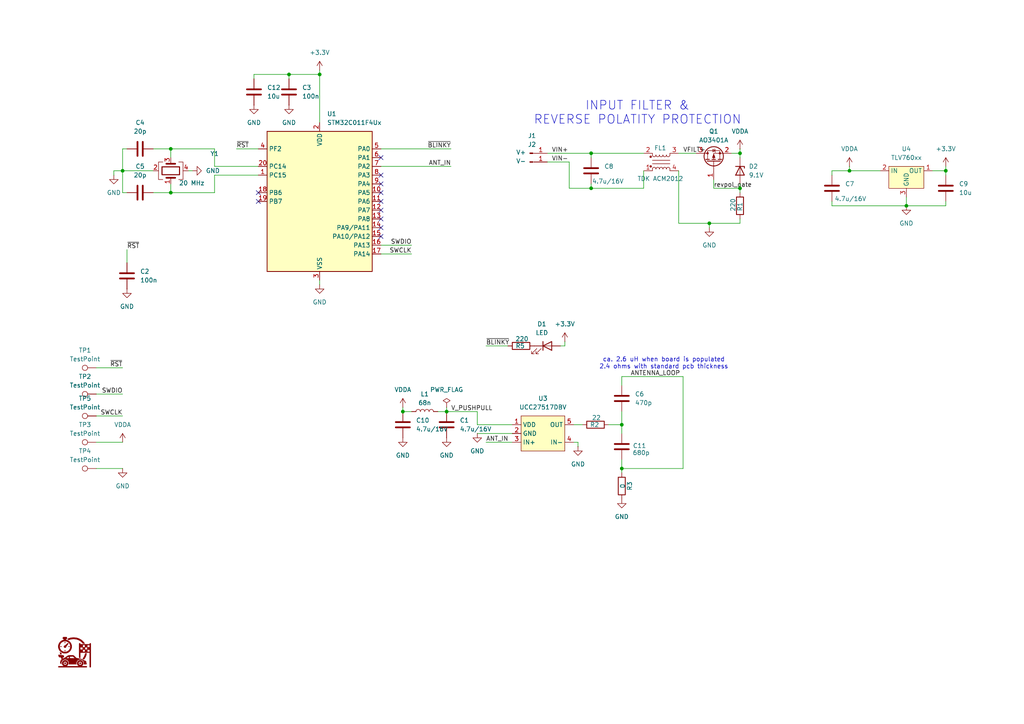
<source format=kicad_sch>
(kicad_sch (version 20250114) (generator "eeschema") (generator_version "9.0")
  (paper "A4")
  (lib_symbols
    (symbol "Connector:Conn_01x01_Pin" (pin_names (offset 1.016) (hide yes))
      (property "Reference" "J" (at 0 2.54 0))
      (property "Value" "Conn_01x01_Pin" (at 0 -2.54 0))
      (symbol "Conn_01x01_Pin_1_1"
        (pin passive line (at 5.08 0 180) (length 3.81) (name "Pin_1") (number "1"))
      )
    )
    (symbol "Connector:TestPoint" (pin_numbers (hide yes)) (pin_names (offset 0.762) (hide yes))
      (property "Reference" "TP" (at 0 6.858 0))
      (property "Value" "TestPoint" (at 0 5.08 0))
      (symbol "TestPoint_1_1"
        (pin passive line (at 0 0 90) (length 2.54) (name "1") (number "1"))
      )
    )
    (symbol "Device:C" (pin_numbers (hide yes)) (pin_names (offset 0.254))
      (property "Reference" "C" (at 0.635 2.54 0))
      (property "Value" "C" (at 0.635 -2.54 0))
      (symbol "C_1_1"
        (pin passive line (at 0 3.81 270) (length 2.794) (name "~") (number "1"))
        (pin passive line (at 0 -3.81 90) (length 2.794) (name "~") (number "2"))
      )
    )
    (symbol "Device:Crystal_GND24" (pin_names (offset 1.016) (hide yes))
      (property "Reference" "Y" (at 3.175 5.08 0))
      (property "Value" "Crystal_GND24" (at 3.175 3.175 0))
      (symbol "Crystal_GND24_1_1"
        (pin passive line (at -3.81 0 0) (length 1.27) (name "1") (number "1"))
        (pin passive line (at 0 5.08 270) (length 1.27) (name "2") (number "2"))
        (pin passive line (at 0 -5.08 90) (length 1.27) (name "4") (number "4"))
        (pin passive line (at 3.81 0 180) (length 1.27) (name "3") (number "3"))
      )
    )
    (symbol "Device:D_Zener" (pin_numbers (hide yes)) (pin_names (offset 1.016) (hide yes))
      (property "Reference" "D" (at 0 2.54 0))
      (property "Value" "D_Zener" (at 0 -2.54 0))
      (symbol "D_Zener_1_1"
        (pin passive line (at -3.81 0 0) (length 2.54) (name "K") (number "1"))
        (pin passive line (at 3.81 0 180) (length 2.54) (name "A") (number "2"))
      )
    )
    (symbol "Device:Filter_EMI_LL_1423" (pin_names (hide yes))
      (property "Reference" "FL" (at 0 4.445 0))
      (property "Value" "Filter_EMI_LL_1423" (at 0 -4.445 0))
      (symbol "Filter_EMI_LL_1423_1_1"
        (pin passive line (at -5.08 2.54 0) (length 2.54) (name "2") (number "2"))
        (pin passive line (at -5.08 -2.54 0) (length 2.54) (name "1") (number "1"))
        (pin passive line (at 5.08 2.54 180) (length 2.54) (name "3") (number "3"))
        (pin passive line (at 5.08 -2.54 180) (length 2.54) (name "4") (number "4"))
      )
    )
    (symbol "Device:L" (pin_numbers (hide yes)) (pin_names (offset 1.016) (hide yes))
      (property "Reference" "L" (at -1.27 0 90))
      (property "Value" "L" (at 1.905 0 90))
      (symbol "L_1_1"
        (pin passive line (at 0 3.81 270) (length 1.27) (name "1") (number "1"))
        (pin passive line (at 0 -3.81 90) (length 1.27) (name "2") (number "2"))
      )
    )
    (symbol "Device:LED" (pin_numbers (hide yes)) (pin_names (offset 1.016) (hide yes))
      (property "Reference" "D" (at 0 2.54 0))
      (property "Value" "LED" (at 0 -2.54 0))
      (symbol "LED_1_1"
        (pin passive line (at -3.81 0 0) (length 2.54) (name "K") (number "1"))
        (pin passive line (at 3.81 0 180) (length 2.54) (name "A") (number "2"))
      )
    )
    (symbol "Device:R" (pin_numbers (hide yes)) (pin_names (offset 0))
      (property "Reference" "R" (at 2.032 0 90))
      (property "Value" "R" (at 0 0 90))
      (symbol "R_1_1"
        (pin passive line (at 0 3.81 270) (length 1.27) (name "~") (number "1"))
        (pin passive line (at 0 -3.81 90) (length 1.27) (name "~") (number "2"))
      )
    )
    (symbol "Driver_FET:UCC27517DBV"
      (property "Reference" "U" (at 0 0 0))
      (property "Value" "UCC27517DBV" (at 0 0 0))
      (symbol "UCC27517DBV_1_1"
        (pin power_in line (at -8.89 2.54 0) (length 2.54) (name "VDD") (number "1"))
        (pin power_in line (at -8.89 0 0) (length 2.54) (name "GND") (number "2"))
        (pin input line (at -8.89 -2.54 0) (length 2.54) (name "IN+") (number "3"))
        (pin power_out line (at 8.89 2.54 180) (length 2.54) (name "OUT") (number "5"))
        (pin input line (at 8.89 -2.54 180) (length 2.54) (name "IN-") (number "4"))
      )
    )
    (symbol "MCU_ST_STM32C0:STM32C011F4Ux"
      (property "Reference" "U" (at -15.24 21.59 0))
      (property "Value" "STM32C011F4Ux" (at 2.54 21.59 0))
      (symbol "STM32C011F4Ux_1_1"
        (pin bidirectional line (at -17.78 15.24 0) (length 2.54) (name "PF2") (number "4"))
        (pin bidirectional line (at -17.78 10.16 0) (length 2.54) (name "PC14") (number "20"))
        (pin bidirectional line (at -17.78 7.62 0) (length 2.54) (name "PC15") (number "1"))
        (pin bidirectional line (at -17.78 2.54 0) (length 2.54) (name "PB6") (number "18"))
        (pin bidirectional line (at -17.78 0 0) (length 2.54) (name "PB7") (number "19"))
        (pin power_in line (at 0 22.86 270) (length 2.54) (name "VDD") (number "2"))
        (pin power_in line (at 0 -22.86 90) (length 2.54) (name "VSS") (number "3"))
        (pin bidirectional line (at 17.78 15.24 180) (length 2.54) (name "PA0") (number "5"))
        (pin bidirectional line (at 17.78 12.7 180) (length 2.54) (name "PA1") (number "6"))
        (pin bidirectional line (at 17.78 10.16 180) (length 2.54) (name "PA2") (number "7"))
        (pin bidirectional line (at 17.78 7.62 180) (length 2.54) (name "PA3") (number "8"))
        (pin bidirectional line (at 17.78 5.08 180) (length 2.54) (name "PA4") (number "9"))
        (pin bidirectional line (at 17.78 2.54 180) (length 2.54) (name "PA5") (number "10"))
        (pin bidirectional line (at 17.78 0 180) (length 2.54) (name "PA6") (number "11"))
        (pin bidirectional line (at 17.78 -2.54 180) (length 2.54) (name "PA7") (number "12"))
        (pin bidirectional line (at 17.78 -5.08 180) (length 2.54) (name "PA8") (number "13"))
        (pin bidirectional line (at 17.78 -7.62 180) (length 2.54) (name "PA9/PA11") (number "14"))
        (pin bidirectional line (at 17.78 -10.16 180) (length 2.54) (name "PA10/PA12") (number "15"))
        (pin bidirectional line (at 17.78 -12.7 180) (length 2.54) (name "PA13") (number "16"))
        (pin bidirectional line (at 17.78 -15.24 180) (length 2.54) (name "PA14") (number "17"))
      )
    )
    (symbol "Regulator_Linear:TLV760xx"
      (property "Reference" "U" (at 0 4.826 0))
      (property "Value" "TLV760xx" (at 0 0 0))
      (symbol "TLV760xx_1_1"
        (pin power_in line (at -7.62 2.54 0) (length 2.54) (name "IN") (number "2"))
        (pin power_in line (at 0 -5.08 90) (length 2.54) (name "GND") (number "3"))
        (pin power_out line (at 7.62 2.54 180) (length 2.54) (name "OUT") (number "1"))
      )
    )
    (symbol "Transistor_FET:AO3401A" (pin_names (hide yes))
      (property "Reference" "Q" (at 5.08 1.905 0))
      (property "Value" "AO3401A" (at 5.08 0 0))
      (symbol "AO3401A_1_1"
        (pin input line (at -5.08 0 0) (length 2.54) (name "G") (number "1"))
        (pin passive line (at 2.54 5.08 270) (length 2.54) (name "D") (number "3"))
        (pin passive line (at 2.54 -5.08 90) (length 2.54) (name "S") (number "2"))
      )
    )
    (symbol "power:+3.3V" (power) (pin_numbers (hide yes)) (pin_names (offset 0) (hide yes))
      (property "Value" "+3.3V" (at 0 3.556 0))
      (symbol "+3.3V_1_1"
        (pin power_in line (at 0 0 90) (length 0) (name "~") (number "1"))
      )
    )
    (symbol "power:GND" (power) (pin_numbers (hide yes)) (pin_names (offset 0) (hide yes))
      (property "Value" "GND" (at 0 -3.81 0))
      (symbol "GND_1_1"
        (pin power_in line (at 0 0 270) (length 0) (name "~") (number "1"))
      )
    )
    (symbol "power:PWR_FLAG" (power) (pin_numbers (hide yes)) (pin_names (offset 0) (hide yes))
      (property "Value" "PWR_FLAG" (at 0 3.81 0))
      (symbol "PWR_FLAG_0_0"
        (pin power_out line (at 0 0 90) (length 0) (name "~") (number "1"))
      )
    )
    (symbol "power:VDDA" (power) (pin_numbers (hide yes)) (pin_names (offset 0) (hide yes))
      (property "Value" "VDDA" (at 0 3.556 0))
      (symbol "VDDA_1_1"
        (pin power_in line (at 0 0 90) (length 0) (name "~") (number "1"))
      )
    )
    (symbol "symbols:SYM_OpenStint" (pin_names (offset 1.016)))
  )
  (text "ca. 2.6 uH when board is populated\n2.4 ohms with standard pcb thickness" (at 192.532 105.41 0) (effects (font (size 1.27 1.27))))
  (text "INPUT FILTER &\nREVERSE POLATITY PROTECTION" (at 184.912 32.766 0) (effects (font (size 2.54 2.54))))
  (junction (at 129.54 119.38))
  (junction (at 262.89 59.69))
  (junction (at 274.32 49.53))
  (junction (at 205.74 64.77))
  (junction (at 171.45 54.61))
  (junction (at 35.56 49.53))
  (junction (at 180.34 135.89))
  (junction (at 214.63 54.61))
  (junction (at 92.71 21.59))
  (junction (at 83.82 21.59))
  (junction (at 116.84 119.38))
  (junction (at 180.34 123.19))
  (junction (at 171.45 44.45))
  (junction (at 49.53 55.88))
  (junction (at 49.53 43.18))
  (junction (at 246.38 49.53))
  (junction (at 214.63 44.45))
  (no_connect (at 110.49 53.34))
  (no_connect (at 74.93 58.42))
  (no_connect (at 110.49 66.04))
  (no_connect (at 110.49 45.72))
  (no_connect (at 110.49 55.88))
  (no_connect (at 74.93 55.88))
  (no_connect (at 110.49 60.96))
  (no_connect (at 110.49 58.42))
  (no_connect (at 110.49 50.8))
  (no_connect (at 110.49 68.58))
  (no_connect (at 110.49 63.5))
  (wire (pts (xy 180.34 111.76) (xy 180.34 109.22)))
  (wire (pts (xy 196.85 49.53) (xy 196.85 64.77)))
  (wire (pts (xy 92.71 81.28) (xy 92.71 82.55)))
  (wire (pts (xy 214.63 64.77) (xy 214.63 63.5)))
  (wire (pts (xy 27.94 106.68) (xy 35.56 106.68)))
  (wire (pts (xy 165.1 54.61) (xy 171.45 54.61)))
  (wire (pts (xy 62.23 48.26) (xy 74.93 48.26)))
  (wire (pts (xy 207.01 52.07) (xy 207.01 54.61)))
  (wire (pts (xy 241.3 58.42) (xy 241.3 59.69)))
  (wire (pts (xy 148.59 125.73) (xy 138.43 125.73)))
  (wire (pts (xy 196.85 44.45) (xy 201.93 44.45)))
  (wire (pts (xy 49.53 43.18) (xy 49.53 45.72)))
  (wire (pts (xy 35.56 49.53) (xy 35.56 55.88)))
  (wire (pts (xy 198.12 109.22) (xy 198.12 135.89)))
  (wire (pts (xy 110.49 73.66) (xy 119.38 73.66)))
  (wire (pts (xy 110.49 71.12) (xy 119.38 71.12)))
  (wire (pts (xy 246.38 48.26) (xy 246.38 49.53)))
  (wire (pts (xy 129.54 119.38) (xy 138.43 119.38)))
  (wire (pts (xy 116.84 118.11) (xy 116.84 119.38)))
  (wire (pts (xy 214.63 54.61) (xy 214.63 55.88)))
  (wire (pts (xy 62.23 48.26) (xy 62.23 43.18)))
  (wire (pts (xy 214.63 44.45) (xy 214.63 45.72)))
  (wire (pts (xy 180.34 123.19) (xy 180.34 125.73)))
  (wire (pts (xy 127 119.38) (xy 129.54 119.38)))
  (wire (pts (xy 33.02 49.53) (xy 33.02 50.8)))
  (wire (pts (xy 27.94 120.65) (xy 35.56 120.65)))
  (wire (pts (xy 62.23 50.8) (xy 62.23 55.88)))
  (wire (pts (xy 36.83 43.18) (xy 35.56 43.18)))
  (wire (pts (xy 212.09 44.45) (xy 214.63 44.45)))
  (wire (pts (xy 171.45 44.45) (xy 186.69 44.45)))
  (wire (pts (xy 27.94 135.89) (xy 35.56 135.89)))
  (wire (pts (xy 49.53 55.88) (xy 62.23 55.88)))
  (wire (pts (xy 180.34 133.35) (xy 180.34 135.89)))
  (wire (pts (xy 214.63 43.18) (xy 214.63 44.45)))
  (wire (pts (xy 214.63 53.34) (xy 214.63 54.61)))
  (wire (pts (xy 62.23 50.8) (xy 74.93 50.8)))
  (wire (pts (xy 176.53 123.19) (xy 180.34 123.19)))
  (wire (pts (xy 163.83 99.06) (xy 163.83 100.33)))
  (wire (pts (xy 166.37 123.19) (xy 168.91 123.19)))
  (wire (pts (xy 35.56 49.53) (xy 44.45 49.53)))
  (wire (pts (xy 140.97 128.27) (xy 148.59 128.27)))
  (wire (pts (xy 148.59 123.19) (xy 138.43 123.19)))
  (wire (pts (xy 49.53 43.18) (xy 62.23 43.18)))
  (wire (pts (xy 92.71 20.32) (xy 92.71 21.59)))
  (wire (pts (xy 44.45 55.88) (xy 49.53 55.88)))
  (wire (pts (xy 241.3 49.53) (xy 241.3 50.8)))
  (wire (pts (xy 171.45 54.61) (xy 171.45 53.34)))
  (wire (pts (xy 27.94 128.27) (xy 35.56 128.27)))
  (wire (pts (xy 246.38 49.53) (xy 255.27 49.53)))
  (wire (pts (xy 35.56 49.53) (xy 33.02 49.53)))
  (wire (pts (xy 205.74 66.04) (xy 205.74 64.77)))
  (wire (pts (xy 140.97 100.33) (xy 147.32 100.33)))
  (wire (pts (xy 36.83 72.39) (xy 36.83 76.2)))
  (wire (pts (xy 92.71 21.59) (xy 92.71 35.56)))
  (wire (pts (xy 165.1 46.99) (xy 165.1 54.61)))
  (wire (pts (xy 241.3 59.69) (xy 262.89 59.69)))
  (wire (pts (xy 186.69 49.53) (xy 186.69 54.61)))
  (wire (pts (xy 49.53 55.88) (xy 49.53 53.34)))
  (wire (pts (xy 158.75 46.99) (xy 165.1 46.99)))
  (wire (pts (xy 116.84 119.38) (xy 119.38 119.38)))
  (wire (pts (xy 129.54 118.11) (xy 129.54 119.38)))
  (wire (pts (xy 68.58 43.18) (xy 74.93 43.18)))
  (wire (pts (xy 180.34 119.38) (xy 180.34 123.19)))
  (wire (pts (xy 35.56 55.88) (xy 36.83 55.88)))
  (wire (pts (xy 73.66 21.59) (xy 83.82 21.59)))
  (wire (pts (xy 167.64 129.54) (xy 167.64 128.27)))
  (wire (pts (xy 83.82 21.59) (xy 92.71 21.59)))
  (wire (pts (xy 138.43 123.19) (xy 138.43 119.38)))
  (wire (pts (xy 27.94 114.3) (xy 35.56 114.3)))
  (wire (pts (xy 73.66 21.59) (xy 73.66 22.86)))
  (wire (pts (xy 110.49 43.18) (xy 130.81 43.18)))
  (wire (pts (xy 180.34 109.22) (xy 198.12 109.22)))
  (wire (pts (xy 44.45 43.18) (xy 49.53 43.18)))
  (wire (pts (xy 163.83 100.33) (xy 162.56 100.33)))
  (wire (pts (xy 241.3 49.53) (xy 246.38 49.53)))
  (wire (pts (xy 110.49 48.26) (xy 130.81 48.26)))
  (wire (pts (xy 205.74 64.77) (xy 214.63 64.77)))
  (wire (pts (xy 180.34 135.89) (xy 180.34 137.16)))
  (wire (pts (xy 83.82 22.86) (xy 83.82 21.59)))
  (wire (pts (xy 205.74 64.77) (xy 196.85 64.77)))
  (wire (pts (xy 35.56 43.18) (xy 35.56 49.53)))
  (wire (pts (xy 171.45 44.45) (xy 171.45 45.72)))
  (wire (pts (xy 186.69 54.61) (xy 171.45 54.61)))
  (wire (pts (xy 274.32 59.69) (xy 274.32 58.42)))
  (wire (pts (xy 158.75 44.45) (xy 171.45 44.45)))
  (wire (pts (xy 54.61 49.53) (xy 55.88 49.53)))
  (wire (pts (xy 180.34 135.89) (xy 198.12 135.89)))
  (wire (pts (xy 274.32 49.53) (xy 274.32 50.8)))
  (wire (pts (xy 274.32 48.26) (xy 274.32 49.53)))
  (wire (pts (xy 270.51 49.53) (xy 274.32 49.53)))
  (wire (pts (xy 167.64 128.27) (xy 166.37 128.27)))
  (wire (pts (xy 262.89 59.69) (xy 274.32 59.69)))
  (wire (pts (xy 262.89 57.15) (xy 262.89 59.69)))
  (wire (pts (xy 207.01 54.61) (xy 214.63 54.61)))
  (label "V_PUSHPULL" (at 130.81 119.38 0))
  (label "VIN-" (at 160.02 46.99 0))
  (label "SWDIO" (at 35.56 114.3 180))
  (label "VFILT+" (at 198.12 44.45 0))
  (label "SWDIO" (at 119.38 71.12 180))
  (label "VIN+" (at 160.02 44.45 0))
  (label "~{RST}" (at 68.58 43.18 0))
  (label "ANT_IN" (at 140.97 128.27 0))
  (label "SWCLK" (at 119.38 73.66 180))
  (label "ANT_IN" (at 130.81 48.26 180))
  (label "ANTENNA_LOOP" (at 182.88 109.22 0))
  (label "~{BLINKY}" (at 130.81 43.18 180))
  (label "revpol_gate" (at 207.01 54.61 0))
  (label "SWCLK" (at 35.56 120.65 180))
  (label "~{BLINKY}" (at 140.97 100.33 0))
  (label "~{RST}" (at 36.83 72.39 0))
  (label "~{RST}" (at 35.56 106.68 180))
  (symbol (lib_id "Connector:TestPoint") (at 27.94 120.65 90) (unit 1)
    (property "Reference" "TP5" (at 24.638 115.57 90))
    (property "Value" "TestPoint" (at 24.638 118.11 90))
    (property "Footprint" "TestPoint:TestPoint_Pad_D1.0mm" (effects (hide yes)))
    (property "Description" "test point" (effects (hide yes)))
  )
  (symbol (lib_id "symbols:SYM_OpenStint") (at 21.59 189.23 0) (unit 1)
    (property "Reference" "G1" (effects (hide yes)))
    (property "Value" "SYM_OpenStint" (effects (hide yes)))
    (property "Footprint" "footprints:openstint-logo_12x12" (effects (hide yes)))
  )
  (symbol (lib_id "power:GND") (at 205.74 66.04 0) (unit 1)
    (property "Reference" "#PWR012" (effects (hide yes)))
    (property "Value" "GND" (at 205.74 71.12 0))
    (property "Description" "Power symbol creates a global label with name \"GND\" , ground" (effects (hide yes)))
  )
  (symbol (lib_id "Connector:TestPoint") (at 27.94 128.27 90) (unit 1)
    (property "Reference" "TP3" (at 24.638 123.19 90))
    (property "Value" "TestPoint" (at 24.638 125.73 90))
    (property "Footprint" "TestPoint:TestPoint_Pad_D1.0mm" (effects (hide yes)))
    (property "Description" "test point" (effects (hide yes)))
  )
  (symbol (lib_id "power:GND") (at 129.54 127 0) (unit 1)
    (property "Reference" "#PWR017" (effects (hide yes)))
    (property "Value" "GND" (at 129.54 132.08 0))
    (property "Description" "Power symbol creates a global label with name \"GND\" , ground" (effects (hide yes)))
  )
  (symbol (lib_id "Device:C") (at 129.54 123.19 0) (unit 1)
    (property "Reference" "C1" (at 133.35 121.9199 0) (effects (justify left)))
    (property "Value" "4.7u/16V" (at 133.35 124.4599 0) (effects (justify left)))
    (property "Footprint" "Capacitor_SMD:C_0603_1608Metric" (effects (hide yes)))
    (property "Description" "Unpolarized capacitor" (effects (hide yes)))
    (property "LCSC" "C19666" (effects (hide yes)))
  )
  (symbol (lib_id "Device:C") (at 180.34 115.57 0) (unit 1)
    (property "Reference" "C6" (at 184.15 114.2999 0) (effects (justify left)))
    (property "Value" "470p" (at 184.15 116.8399 0) (effects (justify left)))
    (property "Footprint" "Capacitor_SMD:C_0603_1608Metric" (effects (hide yes)))
    (property "Description" "Unpolarized capacitor" (effects (hide yes)))
    (property "LCSC" "C1620" (effects (hide yes)))
  )
  (symbol (lib_id "power:GND") (at 167.64 129.54 0) (unit 1)
    (property "Reference" "#PWR011" (effects (hide yes)))
    (property "Value" "GND" (at 167.64 134.62 0))
    (property "Description" "Power symbol creates a global label with name \"GND\" , ground" (effects (hide yes)))
  )
  (symbol (lib_id "Device:C") (at 73.66 26.67 0) (unit 1)
    (property "Reference" "C12" (at 77.47 25.3999 0) (effects (justify left)))
    (property "Value" "10u" (at 77.47 27.9399 0) (effects (justify left)))
    (property "Footprint" "Capacitor_SMD:C_0402_1005Metric" (effects (hide yes)))
    (property "Description" "Unpolarized capacitor" (effects (hide yes)))
    (property "LCSC" "C15525" (effects (hide yes)))
  )
  (symbol (lib_id "power:GND") (at 35.56 135.89 0) (unit 1)
    (property "Reference" "#PWR010" (effects (hide yes)))
    (property "Value" "GND" (at 35.56 140.97 0))
    (property "Description" "Power symbol creates a global label with name \"GND\" , ground" (effects (hide yes)))
  )
  (symbol (lib_id "Device:L") (at 123.19 119.38 90) (unit 1)
    (property "Reference" "L1" (at 123.19 114.3 90))
    (property "Value" "68n" (at 123.19 116.84 90))
    (property "Footprint" "Inductor_SMD:L_0603_1608Metric" (effects (hide yes)))
    (property "Description" "Inductor" (effects (hide yes)))
    (property "LCSC" "C13415" (effects (hide yes)))
  )
  (symbol (lib_id "power:VDDA") (at 35.56 128.27 0) (unit 1)
    (property "Reference" "#PWR09" (effects (hide yes)))
    (property "Value" "VDDA" (at 35.56 123.19 0))
    (property "Description" "Power symbol creates a global label with name \"VDDA\"" (effects (hide yes)))
  )
  (symbol (lib_id "power:GND") (at 180.34 144.78 0) (unit 1)
    (property "Reference" "#PWR019" (effects (hide yes)))
    (property "Value" "GND" (at 180.34 149.86 0))
    (property "Description" "Power symbol creates a global label with name \"GND\" , ground" (effects (hide yes)))
  )
  (symbol (lib_id "power:GND") (at 73.66 30.48 0) (unit 1)
    (property "Reference" "#PWR04" (effects (hide yes)))
    (property "Value" "GND" (at 73.66 35.56 0))
    (property "Description" "Power symbol creates a global label with name \"GND\" , ground" (effects (hide yes)))
  )
  (symbol (lib_id "power:VDDA") (at 116.84 118.11 0) (unit 1)
    (property "Reference" "#PWR016" (effects (hide yes)))
    (property "Value" "VDDA" (at 116.84 113.03 0))
    (property "Description" "Power symbol creates a global label with name \"VDDA\"" (effects (hide yes)))
  )
  (symbol (lib_id "power:GND") (at 92.71 82.55 0) (unit 1)
    (property "Reference" "#PWR02" (effects (hide yes)))
    (property "Value" "GND" (at 92.71 87.63 0))
    (property "Description" "Power symbol creates a global label with name \"GND\" , ground" (effects (hide yes)))
  )
  (symbol (lib_id "Connector:TestPoint") (at 27.94 114.3 90) (unit 1)
    (property "Reference" "TP2" (at 24.638 109.22 90))
    (property "Value" "TestPoint" (at 24.638 111.76 90))
    (property "Footprint" "TestPoint:TestPoint_Pad_D1.0mm" (effects (hide yes)))
    (property "Description" "test point" (effects (hide yes)))
  )
  (symbol (lib_id "Regulator_Linear:TLV760xx") (at 262.89 52.07 0) (unit 1)
    (property "Reference" "U4" (at 262.89 43.18 0))
    (property "Value" "TLV760xx" (at 262.89 45.72 0))
    (property "Footprint" "Package_TO_SOT_SMD:SOT-23" (effects (hide yes)))
    (property "Datasheet" "https://www.ti.com/cn/lit/ds/symlink/tlv760.pdf" (effects (hide yes)))
    (property "Description" "TLV760 100-mA, 30-V, Fixed-Output, Linear-Voltage Regulator" (effects (hide yes)))
    (property "LCSC" "C2683368" (effects (hide yes)))
  )
  (symbol (lib_id "power:GND") (at 55.88 49.53 90) (unit 1)
    (property "Reference" "#PWR08" (effects (hide yes)))
    (property "Value" "GND" (at 59.69 49.5299 90) (effects (justify right)))
    (property "Description" "Power symbol creates a global label with name \"GND\" , ground" (effects (hide yes)))
  )
  (symbol (lib_id "power:GND") (at 33.02 50.8 0) (unit 1)
    (property "Reference" "#PWR07" (effects (hide yes)))
    (property "Value" "GND" (at 33.02 55.88 0))
    (property "Description" "Power symbol creates a global label with name \"GND\" , ground" (effects (hide yes)))
  )
  (symbol (lib_id "Device:Filter_EMI_LL_1423") (at 191.77 46.99 0) (unit 1)
    (property "Reference" "FL1" (at 191.516 42.926 0))
    (property "Value" "TDK ACM2012" (at 191.516 51.816 0))
    (property "Footprint" "footprints:ACM2012" (effects (hide yes)))
    (property "Datasheet" "https://product.tdk.com/en/system/files/dam/doc/product/emc/emc/cmf_cmc/catalog/cmf_commercial_signal_acm2012_en.pdf" (effects (hide yes)))
    (property "Description" "common mode choke" (effects (hide yes)))
    (property "LCSC" "C76571" (effects (hide yes)))
  )
  (symbol (lib_id "Connector:Conn_01x01_Pin") (at 153.67 44.45 0) (unit 1)
    (property "Reference" "J1" (at 154.305 39.37 0))
    (property "Value" "V+" (at 151.13 44.196 0))
    (property "Footprint" "Connector_Wire:SolderWirePad_1x01_SMD_1x2mm" (effects (hide yes)))
    (property "Description" "Generic connector, single row, 01x01, script generated" (effects (hide yes)))
  )
  (symbol (lib_id "Connector:Conn_01x01_Pin") (at 153.67 46.99 0) (unit 1)
    (property "Reference" "J2" (at 154.305 41.91 0))
    (property "Value" "V-" (at 151.13 46.736 0))
    (property "Footprint" "Connector_Wire:SolderWirePad_1x01_SMD_1x2mm" (effects (hide yes)))
    (property "Description" "Generic connector, single row, 01x01, script generated" (effects (hide yes)))
  )
  (symbol (lib_id "Device:C") (at 116.84 123.19 0) (unit 1)
    (property "Reference" "C10" (at 120.65 121.9199 0) (effects (justify left)))
    (property "Value" "4.7u/16V" (at 120.65 124.4599 0) (effects (justify left)))
    (property "Footprint" "Capacitor_SMD:C_0603_1608Metric" (effects (hide yes)))
    (property "Description" "Unpolarized capacitor" (effects (hide yes)))
    (property "LCSC" "C19666" (effects (hide yes)))
  )
  (symbol (lib_id "Device:D_Zener") (at 214.63 49.53 270) (unit 1)
    (property "Reference" "D2" (at 217.17 48.2599 90) (effects (justify left)))
    (property "Value" "9.1V" (at 217.17 50.7999 90) (effects (justify left)))
    (property "Footprint" "Diode_SMD:D_SOD-323" (effects (hide yes)))
    (property "Datasheet" "https://jlcpcb.com/api/file/downloadByFileSystemAccessId/8564879659767783424" (effects (hide yes)))
    (property "Description" "BZT52C9V1S" (effects (hide yes)))
    (property "LCSC" "C19077445" (effects (hide yes)))
  )
  (symbol (lib_id "power:GND") (at 116.84 127 0) (unit 1)
    (property "Reference" "#PWR015" (effects (hide yes)))
    (property "Value" "GND" (at 116.84 132.08 0))
    (property "Description" "Power symbol creates a global label with name \"GND\" , ground" (effects (hide yes)))
  )
  (symbol (lib_id "Device:LED") (at 158.75 100.33 0) (unit 1)
    (property "Reference" "D1" (at 157.1625 93.98 0))
    (property "Value" "LED" (at 157.1625 96.52 0))
    (property "Footprint" "LED_SMD:LED_0603_1608Metric" (effects (hide yes)))
    (property "Description" "Light emitting diode" (effects (hide yes)))
    (property "Sim.Pins" "1=K 2=A" (effects (hide yes)))
    (property "LCSC" "C2286" (effects (hide yes)))
  )
  (symbol (lib_id "Device:Crystal_GND24") (at 49.53 49.53 90) (unit 1)
    (property "Reference" "Y1" (at 62.23 44.5768 90))
    (property "Value" "20 MHz" (at 55.626 53.086 90))
    (property "Footprint" "Crystal:Crystal_SMD_3225-4Pin_3.2x2.5mm" (effects (hide yes)))
    (property "Datasheet" "https://jlcpcb.com/api/file/downloadByFileSystemAccessId/8590196497187827712" (effects (hide yes)))
    (property "Description" "Four pin crystal, GND on pins 2 and 4" (effects (hide yes)))
    (property "LCSC" "C2880033" (effects (hide yes)))
  )
  (symbol (lib_id "Device:C") (at 171.45 49.53 0) (unit 1)
    (property "Reference" "C8" (at 175.26 48.2599 0) (effects (justify left)))
    (property "Value" "4.7u/16V" (at 171.704 52.578 0) (effects (justify left)))
    (property "Footprint" "Capacitor_SMD:C_0603_1608Metric" (effects (hide yes)))
    (property "Description" "Unpolarized capacitor" (effects (hide yes)))
    (property "LCSC" "C19666" (effects (hide yes)))
  )
  (symbol (lib_id "Driver_FET:UCC27517DBV") (at 157.48 125.73 0) (unit 1)
    (property "Reference" "U3" (at 157.48 115.57 0))
    (property "Value" "UCC27517DBV" (at 157.48 118.11 0))
    (property "Footprint" "Package_TO_SOT_SMD:SOT-23-5" (effects (hide yes)))
    (property "Datasheet" "https://www.ti.com/lit/ds/symlink/ucc27517.pdf" (effects (hide yes)))
    (property "Description" "Single-Channel, High-Speed, Low-Side Gate Driver (With 4-A Peak Source and 4-A Peak Sink)" (effects (hide yes)))
    (property "LCSC" "C99395" (effects (hide yes)))
  )
  (symbol (lib_id "Device:C") (at 274.32 54.61 0) (unit 1)
    (property "Reference" "C9" (at 278.13 53.3399 0) (effects (justify left)))
    (property "Value" "10u" (at 278.13 55.8799 0) (effects (justify left)))
    (property "Footprint" "Capacitor_SMD:C_0402_1005Metric" (effects (hide yes)))
    (property "Description" "Unpolarized capacitor" (effects (hide yes)))
    (property "LCSC" "C15525" (effects (hide yes)))
  )
  (symbol (lib_id "power:+3.3V") (at 274.32 48.26 0) (unit 1)
    (property "Reference" "#PWR013" (effects (hide yes)))
    (property "Value" "+3.3V" (at 274.32 43.18 0))
    (property "Description" "Power symbol creates a global label with name \"+3.3V\"" (effects (hide yes)))
  )
  (symbol (lib_id "Device:C") (at 40.64 43.18 90) (unit 1)
    (property "Reference" "C4" (at 40.64 35.56 90))
    (property "Value" "20p" (at 40.64 38.1 90))
    (property "Footprint" "Capacitor_SMD:C_0402_1005Metric" (effects (hide yes)))
    (property "Description" "Unpolarized capacitor" (effects (hide yes)))
    (property "LCSC" "C1554" (effects (hide yes)))
  )
  (symbol (lib_id "power:GND") (at 36.83 83.82 0) (unit 1)
    (property "Reference" "#PWR03" (effects (hide yes)))
    (property "Value" "GND" (at 36.83 88.9 0))
    (property "Description" "Power symbol creates a global label with name \"GND\" , ground" (effects (hide yes)))
  )
  (symbol (lib_id "Device:C") (at 83.82 26.67 180) (unit 1)
    (property "Reference" "C3" (at 87.63 25.3999 0) (effects (justify right)))
    (property "Value" "100n" (at 87.63 27.9399 0) (effects (justify right)))
    (property "Footprint" "Capacitor_SMD:C_0402_1005Metric" (effects (hide yes)))
    (property "Description" "Unpolarized capacitor" (effects (hide yes)))
    (property "LCSC" "C1525" (effects (hide yes)))
  )
  (symbol (lib_id "Device:C") (at 180.34 129.54 0) (unit 1)
    (property "Reference" "C11" (at 187.452 129.286 0) (effects (justify right)))
    (property "Value" "680p" (at 188.468 131.318 0) (effects (justify right)))
    (property "Footprint" "Capacitor_SMD:C_0603_1608Metric" (effects (hide yes)))
    (property "Description" "Unpolarized capacitor" (effects (hide yes)))
    (property "LCSC" "C30816" (effects (hide yes)))
  )
  (symbol (lib_id "Connector:TestPoint") (at 27.94 135.89 90) (unit 1)
    (property "Reference" "TP4" (at 24.638 130.81 90))
    (property "Value" "TestPoint" (at 24.638 133.35 90))
    (property "Footprint" "TestPoint:TestPoint_Pad_D1.0mm" (effects (hide yes)))
    (property "Description" "test point" (effects (hide yes)))
  )
  (symbol (lib_id "Device:R") (at 214.63 59.69 180) (unit 1)
    (property "Reference" "R1" (at 214.63 59.944 90))
    (property "Value" "220" (at 212.598 59.436 90))
    (property "Footprint" "Resistor_SMD:R_0402_1005Metric" (effects (hide yes)))
    (property "Description" "Resistor" (effects (hide yes)))
    (property "LCSC" "C25091" (effects (hide yes)))
  )
  (symbol (lib_id "Transistor_FET:AO3401A") (at 207.01 46.99 90) (unit 1)
    (property "Reference" "Q1" (at 207.01 38.1 90))
    (property "Value" "AO3401A" (at 207.01 40.64 90))
    (property "Footprint" "Package_TO_SOT_SMD:SOT-23" (effects (hide yes)))
    (property "Datasheet" "http://www.aosmd.com/pdfs/datasheet/AO3401A.pdf" (effects (hide yes)))
    (property "Description" "-4.0A Id, -30V Vds, P-Channel MOSFET, SOT-23" (effects (hide yes)))
    (property "LCSC" "C15127" (effects (hide yes)))
  )
  (symbol (lib_id "power:GND") (at 138.43 125.73 0) (unit 1)
    (property "Reference" "#PWR020" (effects (hide yes)))
    (property "Value" "GND" (at 138.43 130.81 0))
    (property "Description" "Power symbol creates a global label with name \"GND\" , ground" (effects (hide yes)))
  )
  (symbol (lib_id "power:VDDA") (at 246.38 48.26 0) (unit 1)
    (property "Reference" "#PWR022" (effects (hide yes)))
    (property "Value" "VDDA" (at 246.38 43.18 0))
    (property "Description" "Power symbol creates a global label with name \"VDDA\"" (effects (hide yes)))
  )
  (symbol (lib_id "power:GND") (at 262.89 59.69 0) (unit 1)
    (property "Reference" "#PWR023" (effects (hide yes)))
    (property "Value" "GND" (at 262.89 64.77 0))
    (property "Description" "Power symbol creates a global label with name \"GND\" , ground" (effects (hide yes)))
  )
  (symbol (lib_id "MCU_ST_STM32C0:STM32C011F4Ux") (at 92.71 58.42 0) (unit 1)
    (property "Reference" "U1" (at 94.8533 33.02 0) (effects (justify left)))
    (property "Value" "STM32C011F4Ux" (at 94.8533 35.56 0) (effects (justify left)))
    (property "Footprint" "Package_DFN_QFN:ST_UFQFPN-20_3x3mm_P0.5mm" (effects (hide yes)))
    (property "Datasheet" "https://www.st.com/resource/en/datasheet/stm32c011f4.pdf" (effects (hide yes)))
    (property "Description" "STMicroelectronics Arm Cortex-M0+ MCU, 16KB flash, 6KB RAM, 48 MHz, 2.0-3.6V, 18 GPIO, UFQFPN20" (effects (hide yes)))
    (property "LCSC" "C5456188" (effects (hide yes)))
  )
  (symbol (lib_id "Connector:TestPoint") (at 27.94 106.68 90) (unit 1)
    (property "Reference" "TP1" (at 24.638 101.6 90))
    (property "Value" "TestPoint" (at 24.638 104.14 90))
    (property "Footprint" "TestPoint:TestPoint_Pad_D1.0mm" (effects (hide yes)))
    (property "Description" "test point" (effects (hide yes)))
  )
  (symbol (lib_id "Device:C") (at 36.83 80.01 0) (unit 1)
    (property "Reference" "C2" (at 40.64 78.7399 0) (effects (justify left)))
    (property "Value" "100n" (at 40.64 81.2799 0) (effects (justify left)))
    (property "Footprint" "Capacitor_SMD:C_0402_1005Metric" (effects (hide yes)))
    (property "Description" "Unpolarized capacitor" (effects (hide yes)))
    (property "LCSC" "C1525" (effects (hide yes)))
  )
  (symbol (lib_id "power:VDDA") (at 214.63 43.18 0) (unit 1)
    (property "Reference" "#PWR021" (effects (hide yes)))
    (property "Value" "VDDA" (at 214.63 38.1 0))
    (property "Description" "Power symbol creates a global label with name \"VDDA\"" (effects (hide yes)))
  )
  (symbol (lib_id "power:PWR_FLAG") (at 129.54 118.11 0) (unit 1)
    (property "Reference" "#FLG01" (effects (hide yes)))
    (property "Value" "PWR_FLAG" (at 129.54 113.03 0))
    (property "Description" "Special symbol for telling ERC where power comes from" (effects (hide yes)))
  )
  (symbol (lib_id "Device:R") (at 151.13 100.33 90) (unit 1)
    (property "Reference" "R5" (at 150.876 100.33 90))
    (property "Value" "220" (at 151.384 98.298 90))
    (property "Footprint" "Resistor_SMD:R_0402_1005Metric" (effects (hide yes)))
    (property "Description" "Resistor" (effects (hide yes)))
    (property "LCSC" "C25091" (effects (hide yes)))
  )
  (symbol (lib_id "Device:C") (at 241.3 54.61 0) (unit 1)
    (property "Reference" "C7" (at 245.11 53.3399 0) (effects (justify left)))
    (property "Value" "4.7u/16V" (at 242.062 57.658 0) (effects (justify left)))
    (property "Footprint" "Capacitor_SMD:C_0603_1608Metric" (effects (hide yes)))
    (property "Description" "Unpolarized capacitor" (effects (hide yes)))
    (property "LCSC" "C19666" (effects (hide yes)))
  )
  (symbol (lib_id "Device:R") (at 172.72 123.19 90) (unit 1)
    (property "Reference" "R2" (at 172.466 123.19 90))
    (property "Value" "22" (at 172.974 121.158 90))
    (property "Footprint" "Resistor_SMD:R_0402_1005Metric" (effects (hide yes)))
    (property "Description" "Resistor" (effects (hide yes)))
    (property "LCSC" "C25092" (effects (hide yes)))
  )
  (symbol (lib_id "power:GND") (at 83.82 30.48 0) (unit 1)
    (property "Reference" "#PWR06" (effects (hide yes)))
    (property "Value" "GND" (at 83.82 35.56 0))
    (property "Description" "Power symbol creates a global label with name \"GND\" , ground" (effects (hide yes)))
  )
  (symbol (lib_id "Device:C") (at 40.64 55.88 90) (unit 1)
    (property "Reference" "C5" (at 40.64 48.26 90))
    (property "Value" "20p" (at 40.64 50.8 90))
    (property "Footprint" "Capacitor_SMD:C_0402_1005Metric" (effects (hide yes)))
    (property "Description" "Unpolarized capacitor" (effects (hide yes)))
    (property "LCSC" "C1554" (effects (hide yes)))
  )
  (symbol (lib_id "power:+3.3V") (at 163.83 99.06 0) (unit 1)
    (property "Reference" "#PWR014" (effects (hide yes)))
    (property "Value" "+3.3V" (at 163.83 93.98 0))
    (property "Description" "Power symbol creates a global label with name \"+3.3V\"" (effects (hide yes)))
  )
  (symbol (lib_id "Device:R") (at 180.34 140.97 180) (unit 1)
    (property "Reference" "R3" (at 182.626 140.97 90))
    (property "Value" "0" (at 180.594 140.97 90))
    (property "Footprint" "Resistor_SMD:R_0402_1005Metric" (effects (hide yes)))
    (property "Description" "Resistor" (effects (hide yes)))
  )
  (symbol (lib_id "power:+3.3V") (at 92.71 20.32 0) (unit 1)
    (property "Reference" "#PWR05" (effects (hide yes)))
    (property "Value" "+3.3V" (at 92.71 15.24 0))
    (property "Description" "Power symbol creates a global label with name \"+3.3V\"" (effects (hide yes)))
  )
)
</source>
